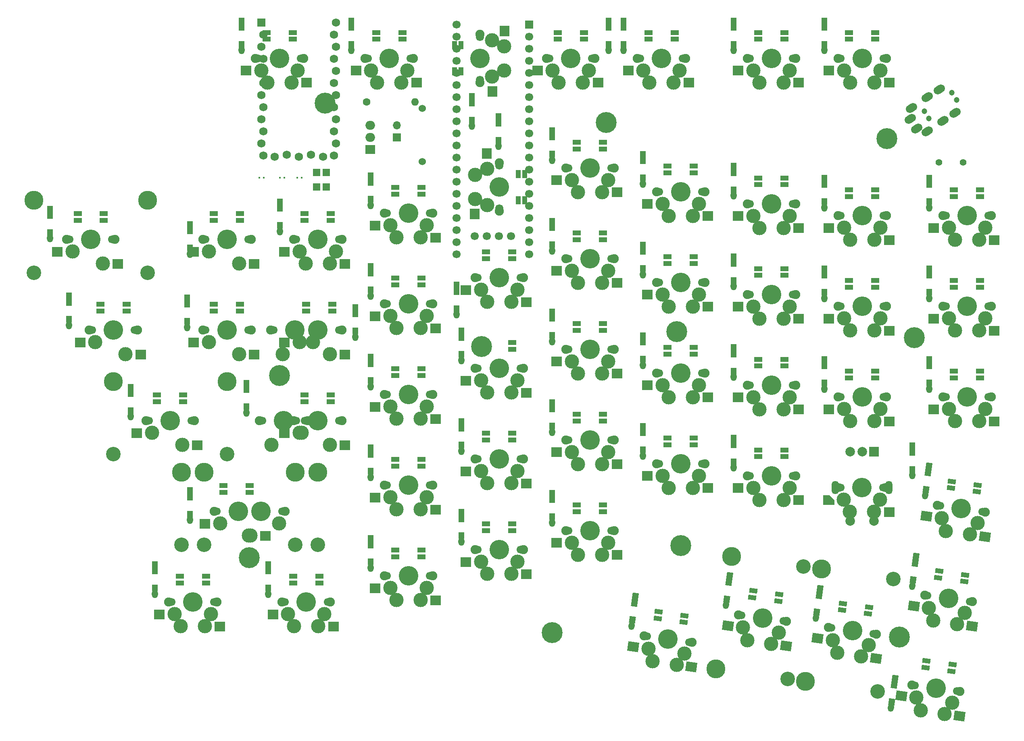
<source format=gts>
%TF.GenerationSoftware,KiCad,Pcbnew,(6.0.5-0)*%
%TF.CreationDate,2023-02-03T13:19:04-08:00*%
%TF.ProjectId,ergodonk_pcb,6572676f-646f-46e6-9b5f-7063622e6b69,rev?*%
%TF.SameCoordinates,Original*%
%TF.FileFunction,Soldermask,Top*%
%TF.FilePolarity,Negative*%
%FSLAX46Y46*%
G04 Gerber Fmt 4.6, Leading zero omitted, Abs format (unit mm)*
G04 Created by KiCad (PCBNEW (6.0.5-0)) date 2023-02-03 13:19:04*
%MOMM*%
%LPD*%
G01*
G04 APERTURE LIST*
G04 Aperture macros list*
%AMHorizOval*
0 Thick line with rounded ends*
0 $1 width*
0 $2 $3 position (X,Y) of the first rounded end (center of the circle)*
0 $4 $5 position (X,Y) of the second rounded end (center of the circle)*
0 Add line between two ends*
20,1,$1,$2,$3,$4,$5,0*
0 Add two circle primitives to create the rounded ends*
1,1,$1,$2,$3*
1,1,$1,$4,$5*%
%AMRotRect*
0 Rectangle, with rotation*
0 The origin of the aperture is its center*
0 $1 length*
0 $2 width*
0 $3 Rotation angle, in degrees counterclockwise*
0 Add horizontal line*
21,1,$1,$2,0,0,$3*%
%AMOutline5P*
0 Free polygon, 5 corners , with rotation*
0 The origin of the aperture is its center*
0 number of corners: always 5*
0 $1 to $10 corner X, Y*
0 $11 Rotation angle, in degrees counterclockwise*
0 create outline with 5 corners*
4,1,5,$1,$2,$3,$4,$5,$6,$7,$8,$9,$10,$1,$2,$11*%
%AMOutline6P*
0 Free polygon, 6 corners , with rotation*
0 The origin of the aperture is its center*
0 number of corners: always 6*
0 $1 to $12 corner X, Y*
0 $13 Rotation angle, in degrees counterclockwise*
0 create outline with 6 corners*
4,1,6,$1,$2,$3,$4,$5,$6,$7,$8,$9,$10,$11,$12,$1,$2,$13*%
%AMOutline7P*
0 Free polygon, 7 corners , with rotation*
0 The origin of the aperture is its center*
0 number of corners: always 7*
0 $1 to $14 corner X, Y*
0 $15 Rotation angle, in degrees counterclockwise*
0 create outline with 7 corners*
4,1,7,$1,$2,$3,$4,$5,$6,$7,$8,$9,$10,$11,$12,$13,$14,$1,$2,$15*%
%AMOutline8P*
0 Free polygon, 8 corners , with rotation*
0 The origin of the aperture is its center*
0 number of corners: always 8*
0 $1 to $16 corner X, Y*
0 $17 Rotation angle, in degrees counterclockwise*
0 create outline with 8 corners*
4,1,8,$1,$2,$3,$4,$5,$6,$7,$8,$9,$10,$11,$12,$13,$14,$15,$16,$1,$2,$17*%
G04 Aperture macros list end*
%ADD10C,3.000000*%
%ADD11C,1.700000*%
%ADD12C,4.100000*%
%ADD13C,1.900000*%
%ADD14R,1.700000X1.000000*%
%ADD15R,2.300000X2.000000*%
%ADD16C,3.987800*%
%ADD17C,3.048000*%
%ADD18RotRect,1.700000X1.000000X172.000000*%
%ADD19RotRect,2.300000X2.000000X352.000000*%
%ADD20C,0.700000*%
%ADD21C,4.400000*%
%ADD22C,0.402000*%
%ADD23R,1.000000X1.700000*%
%ADD24R,2.000000X2.300000*%
%ADD25O,1.500000X2.800000*%
%ADD26R,2.000000X2.000000*%
%ADD27C,2.000000*%
%ADD28Outline5P,-1.150000X1.000000X0.150000X1.000000X1.150000X0.000000X1.150000X-1.000000X-1.150000X-1.000000X0.000000*%
%ADD29R,1.752600X1.752600*%
%ADD30C,1.752600*%
%ADD31R,1.524000X1.524000*%
%ADD32R,1.300000X1.400000*%
%ADD33R,1.300000X1.778000*%
%ADD34O,1.300000X1.778000*%
%ADD35C,1.200000*%
%ADD36HorizOval,1.700000X-0.332394X-0.222518X0.332394X0.222518X0*%
%ADD37C,1.397000*%
%ADD38RotRect,1.400000X1.300000X82.000000*%
%ADD39RotRect,1.778000X1.300000X262.000000*%
%ADD40HorizOval,1.300000X-0.033262X-0.236674X0.033262X0.236674X0*%
%ADD41R,2.000000X1.905000*%
%ADD42O,2.000000X1.905000*%
%ADD43C,1.524000*%
%ADD44R,1.700000X1.700000*%
%ADD45O,1.700000X1.700000*%
%ADD46C,1.600000*%
%ADD47O,1.600000X1.600000*%
G04 APERTURE END LIST*
D10*
%TO.C,SW14*%
X110490000Y-60515001D03*
X111760000Y-63055000D03*
D11*
X109800000Y-57975000D03*
D12*
X114300000Y-57975000D03*
D13*
X109220000Y-57975000D03*
D11*
X118800000Y-57975000D03*
D10*
X118110000Y-60515000D03*
X116840000Y-63055000D03*
D13*
X119380000Y-57975000D03*
D14*
X111550000Y-53976000D03*
X111550000Y-52576000D03*
X117050000Y-52576000D03*
X117050000Y-53976000D03*
D15*
X120000000Y-63095000D03*
X107300000Y-60555000D03*
%TD*%
D13*
%TO.C,SW35*%
X100330000Y-100075000D03*
D10*
X99060000Y-102615000D03*
X97790000Y-105155000D03*
D11*
X99750000Y-100075000D03*
D13*
X90170000Y-100075000D03*
D12*
X95250000Y-100075000D03*
D10*
X91440000Y-102615001D03*
X92710000Y-105155000D03*
D11*
X90750000Y-100075000D03*
D14*
X92500000Y-96076000D03*
X92500000Y-94676000D03*
X98000000Y-94676000D03*
X98000000Y-96076000D03*
D15*
X100950000Y-105195000D03*
X88250000Y-102655000D03*
%TD*%
D10*
%TO.C,SW18_RH10*%
X34290000Y-75515001D03*
D11*
X33600000Y-72975000D03*
D13*
X43180000Y-72975000D03*
D11*
X42600000Y-72975000D03*
D12*
X38100000Y-72975000D03*
D10*
X40640000Y-78055000D03*
D13*
X33020000Y-72975000D03*
D14*
X35350000Y-68976000D03*
X35350000Y-67576000D03*
X40850000Y-67576000D03*
X40850000Y-68976000D03*
D15*
X43800000Y-78095000D03*
X31100000Y-75555000D03*
%TD*%
D10*
%TO.C,SW51*%
X165299174Y-157181769D03*
X172845017Y-158242267D03*
D13*
X164395033Y-154489738D03*
D16*
X159589484Y-165869683D03*
D10*
X166203315Y-159873799D03*
D16*
X162912381Y-142226043D03*
D12*
X169425595Y-155196737D03*
D11*
X164969389Y-154570458D03*
D13*
X174456157Y-155903736D03*
D10*
X171233877Y-160580798D03*
D17*
X178004066Y-144347041D03*
D11*
X173881801Y-155823016D03*
D17*
X174681169Y-167990681D03*
D18*
X167258911Y-150853929D03*
X167453753Y-149467554D03*
X172900228Y-150233006D03*
X172705385Y-151619381D03*
D19*
X174357557Y-161060196D03*
X162134652Y-156777417D03*
%TD*%
D20*
%TO.C,H7*%
X42799000Y-138177000D03*
X41632274Y-140993726D03*
X43965726Y-140993726D03*
X42799000Y-141477000D03*
D21*
X42799000Y-139827000D03*
D20*
X43965726Y-138660274D03*
X44449000Y-139827000D03*
X41632274Y-138660274D03*
X41149000Y-139827000D03*
%TD*%
D10*
%TO.C,SW33*%
X135890000Y-106155000D03*
X130810000Y-106155000D03*
X137160000Y-103615000D03*
D13*
X128270000Y-101075000D03*
X138430000Y-101075000D03*
D10*
X129540000Y-103615001D03*
D11*
X128850000Y-101075000D03*
X137850000Y-101075000D03*
D12*
X133350000Y-101075000D03*
D14*
X130600000Y-97076000D03*
X130600000Y-95676000D03*
X136100000Y-95676000D03*
X136100000Y-97076000D03*
D15*
X139050000Y-106195000D03*
X126350000Y-103655000D03*
%TD*%
D22*
%TO.C,JP4*%
X49265000Y-60039250D03*
X50165000Y-60039250D03*
%TD*%
D20*
%TO.C,H5*%
X132183274Y-138485476D03*
X133350000Y-138968750D03*
X131700000Y-137318750D03*
X134516726Y-136152024D03*
X135000000Y-137318750D03*
D21*
X133350000Y-137318750D03*
D20*
X134516726Y-138485476D03*
X132183274Y-136152024D03*
X133350000Y-135668750D03*
%TD*%
D10*
%TO.C,SW28_RH10*%
X16827500Y-97105000D03*
D11*
X9787500Y-92025000D03*
X18787500Y-92025000D03*
D12*
X14287500Y-92025000D03*
D13*
X9207500Y-92025000D03*
X19367500Y-92025000D03*
D10*
X10477500Y-94565001D03*
D14*
X11537500Y-88026000D03*
X11537500Y-86626000D03*
X17037500Y-86626000D03*
X17037500Y-88026000D03*
D15*
X19987500Y-97145000D03*
X7287500Y-94605000D03*
%TD*%
D10*
%TO.C,SW16*%
X78740000Y-72555000D03*
D13*
X81280000Y-67475000D03*
D12*
X76200000Y-67475000D03*
D10*
X72390000Y-70015001D03*
D11*
X80700000Y-67475000D03*
D10*
X73660000Y-72555000D03*
D11*
X71700000Y-67475000D03*
D13*
X71120000Y-67475000D03*
D10*
X80010000Y-70015000D03*
D14*
X73450000Y-63476000D03*
X73450000Y-62076000D03*
X78950000Y-62076000D03*
X78950000Y-63476000D03*
D15*
X81900000Y-72595000D03*
X69200000Y-70055000D03*
%TD*%
D11*
%TO.C,SW45*%
X99750000Y-119125000D03*
D10*
X99060000Y-121665000D03*
D13*
X90170000Y-119125000D03*
D10*
X92710000Y-124205000D03*
D13*
X100330000Y-119125000D03*
D11*
X90750000Y-119125000D03*
D10*
X91440000Y-121665001D03*
X97790000Y-124205000D03*
D12*
X95250000Y-119125000D03*
D14*
X92500000Y-115126000D03*
X92500000Y-113726000D03*
X98000000Y-113726000D03*
X98000000Y-115126000D03*
D15*
X100950000Y-124245000D03*
X88250000Y-121705000D03*
%TD*%
D10*
%TO.C,SW6*%
X69660000Y-40005000D03*
D13*
X77280000Y-34925000D03*
D10*
X68390000Y-37465001D03*
X74740000Y-40005000D03*
D11*
X67700000Y-34925000D03*
D10*
X76010000Y-37465000D03*
D12*
X72200000Y-34925000D03*
D11*
X76700000Y-34925000D03*
D13*
X67120000Y-34925000D03*
D14*
X69450000Y-30926000D03*
X69450000Y-29526000D03*
X74950000Y-29526000D03*
X74950000Y-30926000D03*
D15*
X77900000Y-40045000D03*
X65200000Y-37505000D03*
%TD*%
D12*
%TO.C,SW55*%
X95250000Y-138175000D03*
D10*
X91440000Y-140715001D03*
D13*
X90170000Y-138175000D03*
D10*
X92710000Y-143255000D03*
D11*
X99750000Y-138175000D03*
D13*
X100330000Y-138175000D03*
D10*
X97790000Y-143255000D03*
D11*
X90750000Y-138175000D03*
D10*
X99060000Y-140715000D03*
D14*
X92500000Y-134176000D03*
X92500000Y-132776000D03*
X98000000Y-132776000D03*
X98000000Y-134176000D03*
D15*
X100950000Y-143295000D03*
X88250000Y-140755000D03*
%TD*%
D10*
%TO.C,SW5*%
X96330000Y-32385000D03*
D12*
X91250000Y-34925000D03*
D13*
X91250000Y-40005000D03*
D10*
X93790000Y-31115000D03*
X96330000Y-37465000D03*
D11*
X91250000Y-30425000D03*
D13*
X91250000Y-29845000D03*
D10*
X93790001Y-38735000D03*
D11*
X91250000Y-39425000D03*
D23*
X87251000Y-37675000D03*
X85851000Y-37675000D03*
X85851000Y-32175000D03*
X87251000Y-32175000D03*
D24*
X96370000Y-29225000D03*
X93830000Y-41925000D03*
%TD*%
D10*
%TO.C,SWLH_ROT1*%
X168882000Y-130205000D03*
D12*
X171422000Y-125125000D03*
D13*
X176502000Y-125125000D03*
D25*
X165850000Y-125125000D03*
D11*
X166922000Y-125125000D03*
D13*
X166342000Y-125125000D03*
D10*
X175232000Y-127665000D03*
D11*
X175922000Y-125125000D03*
D10*
X173962000Y-130205000D03*
X167612000Y-127665001D03*
D25*
X177050000Y-125125000D03*
D26*
X173950000Y-117625000D03*
D27*
X168950000Y-117625000D03*
X171450000Y-117625000D03*
D15*
X177122000Y-130245000D03*
D27*
X173950000Y-132125000D03*
D28*
X164422000Y-127705000D03*
D27*
X168950000Y-132125000D03*
%TD*%
D10*
%TO.C,SW43*%
X130810000Y-125205000D03*
X137160000Y-122665000D03*
X135890000Y-125205000D03*
D11*
X128850000Y-120125000D03*
X137850000Y-120125000D03*
D12*
X133350000Y-120125000D03*
D10*
X129540000Y-122665001D03*
D13*
X128270000Y-120125000D03*
X138430000Y-120125000D03*
D14*
X130600000Y-116126000D03*
X130600000Y-114726000D03*
X136100000Y-114726000D03*
X136100000Y-116126000D03*
D15*
X139050000Y-125245000D03*
X126350000Y-122705000D03*
%TD*%
D20*
%TO.C,H4*%
X180898274Y-156539726D03*
X178081548Y-157706452D03*
X179248274Y-158189726D03*
X177598274Y-156539726D03*
X180415000Y-155373000D03*
X179248274Y-154889726D03*
X178081548Y-155373000D03*
D21*
X179248274Y-156539726D03*
D20*
X180415000Y-157706452D03*
%TD*%
D10*
%TO.C,SW50*%
X183742298Y-171957350D03*
X188772860Y-172664349D03*
X182838157Y-169265320D03*
D11*
X191420784Y-167906567D03*
D13*
X191995140Y-167987287D03*
D11*
X182508372Y-166654009D03*
D12*
X186964578Y-167280288D03*
D13*
X181934016Y-166573289D03*
D10*
X190384000Y-170325818D03*
D18*
X184797894Y-162937480D03*
X184992736Y-161551105D03*
X190439211Y-162316557D03*
X190244368Y-163702932D03*
D19*
X191896540Y-173143747D03*
X179673635Y-168860968D03*
%TD*%
D11*
%TO.C,SW21*%
X175950000Y-87025000D03*
D13*
X166370000Y-87025000D03*
D10*
X167640000Y-89565001D03*
X168910000Y-92105000D03*
D11*
X166950000Y-87025000D03*
D12*
X171450000Y-87025000D03*
D10*
X175260000Y-89565000D03*
D13*
X176530000Y-87025000D03*
D10*
X173990000Y-92105000D03*
D14*
X168700000Y-83026000D03*
X168700000Y-81626000D03*
X174200000Y-81626000D03*
X174200000Y-83026000D03*
D15*
X177150000Y-92145000D03*
X164450000Y-89605000D03*
%TD*%
D13*
%TO.C,SW4*%
X115380000Y-34925000D03*
D10*
X106490000Y-37465001D03*
D11*
X105800000Y-34925000D03*
X114800000Y-34925000D03*
D10*
X107760000Y-40005000D03*
X114110000Y-37465000D03*
D13*
X105220000Y-34925000D03*
D10*
X112840000Y-40005000D03*
D12*
X110300000Y-34925000D03*
D14*
X107550000Y-30926000D03*
X107550000Y-29526000D03*
X113050000Y-29526000D03*
X113050000Y-30926000D03*
D15*
X116000000Y-40045000D03*
X103300000Y-37505000D03*
%TD*%
D29*
%TO.C,U1*%
X45331400Y-27448000D03*
D30*
X45788600Y-29988000D03*
X45331400Y-32528000D03*
X45788600Y-35068000D03*
X45331400Y-37608000D03*
X45788600Y-40148000D03*
X45331400Y-42688000D03*
X45788600Y-45228000D03*
X45331400Y-47768000D03*
X45788600Y-50308000D03*
X45331400Y-52848000D03*
X45788600Y-55388000D03*
X60571400Y-55388000D03*
X61028600Y-52848000D03*
X60571400Y-50308000D03*
X61028600Y-47768000D03*
X60571400Y-45228000D03*
X61028600Y-42688000D03*
X60571400Y-40148000D03*
X61028600Y-37608000D03*
X60571400Y-35068000D03*
X61028600Y-32528000D03*
X60571400Y-29988000D03*
X61028600Y-27448000D03*
X48100000Y-55616600D03*
X50640000Y-55159400D03*
X53180000Y-55616600D03*
X55720000Y-55159400D03*
X58260000Y-55616600D03*
%TD*%
D12*
%TO.C,SW53*%
X130702164Y-156968469D03*
D11*
X135158370Y-157594748D03*
D10*
X126575743Y-158953501D03*
X127479884Y-161645531D03*
D11*
X126245958Y-156342190D03*
D10*
X134121586Y-160013999D03*
D13*
X135732726Y-157675468D03*
D10*
X132510446Y-162352530D03*
D13*
X125671602Y-156261470D03*
D18*
X128535480Y-152625661D03*
X128730322Y-151239286D03*
X134176797Y-152004738D03*
X133981954Y-153391113D03*
D19*
X135634126Y-162831928D03*
X123411221Y-158549149D03*
%TD*%
D13*
%TO.C,SW26*%
X71120000Y-86525000D03*
D11*
X80700000Y-86525000D03*
D12*
X76200000Y-86525000D03*
D10*
X72390000Y-89065001D03*
D11*
X71700000Y-86525000D03*
D10*
X78740000Y-91605000D03*
X73660000Y-91605000D03*
X80010000Y-89065000D03*
D13*
X81280000Y-86525000D03*
D14*
X73450000Y-82526000D03*
X73450000Y-81126000D03*
X78950000Y-81126000D03*
X78950000Y-82526000D03*
D15*
X81900000Y-91645000D03*
X69200000Y-89105000D03*
%TD*%
D20*
%TO.C,H10*%
X92710000Y-96694452D03*
X90376548Y-94361000D03*
X89893274Y-95527726D03*
X90376548Y-96694452D03*
X91543274Y-93877726D03*
X92710000Y-94361000D03*
X93193274Y-95527726D03*
D21*
X91543274Y-95527726D03*
D20*
X91543274Y-97177726D03*
%TD*%
D11*
%TO.C,SW12*%
X147900000Y-65475000D03*
D12*
X152400000Y-65475000D03*
D13*
X157480000Y-65475000D03*
D10*
X148590000Y-68015001D03*
X156210000Y-68015000D03*
X154940000Y-70555000D03*
D13*
X147320000Y-65475000D03*
D11*
X156900000Y-65475000D03*
D10*
X149860000Y-70555000D03*
D14*
X149650000Y-61476000D03*
X149650000Y-60076000D03*
X155150000Y-60076000D03*
X155150000Y-61476000D03*
D15*
X158100000Y-70595000D03*
X145400000Y-68055000D03*
%TD*%
D13*
%TO.C,SW40*%
X194646387Y-149122680D03*
D12*
X189615825Y-148415681D03*
D10*
X185489404Y-150400713D03*
D11*
X185159619Y-147789402D03*
D10*
X191424107Y-153799742D03*
D11*
X194072031Y-149041960D03*
D13*
X184585263Y-147708682D03*
D10*
X193035247Y-151461211D03*
X186393545Y-153092743D03*
D18*
X187449141Y-144072873D03*
X187643983Y-142686498D03*
X193090458Y-143451950D03*
X192895615Y-144838325D03*
D19*
X194547787Y-154279140D03*
X182324882Y-149996361D03*
%TD*%
D10*
%TO.C,SW44*%
X110490000Y-117665001D03*
X111760000Y-120205000D03*
X116840000Y-120205000D03*
D11*
X109800000Y-115125000D03*
X118800000Y-115125000D03*
D13*
X109220000Y-115125000D03*
X119380000Y-115125000D03*
D12*
X114300000Y-115125000D03*
D10*
X118110000Y-117665000D03*
D14*
X111550000Y-111126000D03*
X111550000Y-109726000D03*
X117050000Y-109726000D03*
X117050000Y-111126000D03*
D15*
X120000000Y-120245000D03*
X107300000Y-117705000D03*
%TD*%
D20*
%TO.C,H3*%
X183538726Y-92432274D03*
X181205274Y-92432274D03*
X180722000Y-93599000D03*
X181205274Y-94765726D03*
X183538726Y-94765726D03*
X182372000Y-91949000D03*
X184022000Y-93599000D03*
X182372000Y-95249000D03*
D21*
X182372000Y-93599000D03*
%TD*%
D20*
%TO.C,H6*%
X107529226Y-154408274D03*
X108012500Y-155575000D03*
X105195774Y-154408274D03*
X106362500Y-157225000D03*
X107529226Y-156741726D03*
X106362500Y-153925000D03*
X105195774Y-156741726D03*
X104712500Y-155575000D03*
D21*
X106362500Y-155575000D03*
%TD*%
D11*
%TO.C,SW56*%
X80700000Y-143675000D03*
D10*
X72390000Y-146215001D03*
D13*
X81280000Y-143675000D03*
D11*
X71700000Y-143675000D03*
D12*
X76200000Y-143675000D03*
D10*
X73660000Y-148755000D03*
D13*
X71120000Y-143675000D03*
D10*
X78740000Y-148755000D03*
X80010000Y-146215000D03*
D14*
X73450000Y-139676000D03*
X73450000Y-138276000D03*
X78950000Y-138276000D03*
X78950000Y-139676000D03*
D15*
X81900000Y-148795000D03*
X69200000Y-146255000D03*
%TD*%
D22*
%TO.C,JP5*%
X52890000Y-60039250D03*
X53790000Y-60039250D03*
%TD*%
D17*
%TO.C,SW52*%
X155817213Y-165340379D03*
D16*
X140725528Y-163219381D03*
D13*
X155592201Y-153253434D03*
D12*
X150561639Y-152546435D03*
D10*
X152369921Y-157930496D03*
D17*
X159140110Y-141696739D03*
D10*
X147339359Y-157223497D03*
D16*
X144048425Y-139575741D03*
D11*
X155017845Y-153172714D03*
D10*
X146435218Y-154531467D03*
D13*
X145531077Y-151839436D03*
D10*
X153981061Y-155591965D03*
D11*
X146105433Y-151920156D03*
D18*
X148394955Y-148203627D03*
X148589797Y-146817252D03*
X154036272Y-147582704D03*
X153841429Y-148969079D03*
D19*
X155493601Y-158409894D03*
X143270696Y-154127115D03*
%TD*%
D20*
%TO.C,H1*%
X118895726Y-49553726D03*
X118895726Y-47220274D03*
X116562274Y-47220274D03*
X117729000Y-50037000D03*
X119379000Y-48387000D03*
D21*
X117729000Y-48387000D03*
D20*
X117729000Y-46737000D03*
X116079000Y-48387000D03*
X116562274Y-49553726D03*
%TD*%
D12*
%TO.C,SW10*%
X193500000Y-87025000D03*
D10*
X189690000Y-89565001D03*
X197310000Y-89565000D03*
D13*
X188420000Y-87025000D03*
X198580000Y-87025000D03*
D10*
X196040000Y-92105000D03*
D11*
X189000000Y-87025000D03*
D10*
X190960000Y-92105000D03*
D11*
X198000000Y-87025000D03*
D14*
X190750000Y-83026000D03*
X190750000Y-81626000D03*
X196250000Y-81626000D03*
X196250000Y-83026000D03*
D15*
X199200000Y-92145000D03*
X186500000Y-89605000D03*
%TD*%
D10*
%TO.C,SW22*%
X149860000Y-89605000D03*
X154940000Y-89605000D03*
X156210000Y-87065000D03*
D12*
X152400000Y-84525000D03*
D10*
X148590000Y-87065001D03*
D13*
X147320000Y-84525000D03*
D11*
X156900000Y-84525000D03*
X147900000Y-84525000D03*
D13*
X157480000Y-84525000D03*
D14*
X149650000Y-80526000D03*
X149650000Y-79126000D03*
X155150000Y-79126000D03*
X155150000Y-80526000D03*
D15*
X158100000Y-89645000D03*
X145400000Y-87105000D03*
%TD*%
D10*
%TO.C,SW24*%
X118110000Y-79565000D03*
D11*
X118800000Y-77025000D03*
D10*
X116840000Y-82105000D03*
D13*
X119380000Y-77025000D03*
X109220000Y-77025000D03*
D12*
X114300000Y-77025000D03*
D10*
X110490000Y-79565001D03*
X111760000Y-82105000D03*
D11*
X109800000Y-77025000D03*
D14*
X111550000Y-73026000D03*
X111550000Y-71626000D03*
X117050000Y-71626000D03*
X117050000Y-73026000D03*
D15*
X120000000Y-82145000D03*
X107300000Y-79605000D03*
%TD*%
D10*
%TO.C,SW1*%
X173990000Y-40005000D03*
X168910000Y-40005000D03*
D12*
X171450000Y-34925000D03*
D10*
X175260000Y-37465000D03*
D13*
X166370000Y-34925000D03*
X176530000Y-34925000D03*
D11*
X175950000Y-34925000D03*
X166950000Y-34925000D03*
D10*
X167640000Y-37465001D03*
D14*
X168700000Y-30926000D03*
X168700000Y-29526000D03*
X174200000Y-29526000D03*
X174200000Y-30926000D03*
D15*
X177150000Y-40045000D03*
X164450000Y-37505000D03*
%TD*%
D11*
%TO.C,SW37*%
X54506250Y-111075000D03*
D13*
X62230000Y-111075000D03*
X52070000Y-111075000D03*
D11*
X52650000Y-111075000D03*
D13*
X44926250Y-111075000D03*
D12*
X50006250Y-111075000D03*
D11*
X61650000Y-111075000D03*
D10*
X59690000Y-116155000D03*
X53340000Y-113615001D03*
X47466250Y-116155000D03*
X53816250Y-113615000D03*
D11*
X45506250Y-111075000D03*
D13*
X55086250Y-111075000D03*
D12*
X57150000Y-111075000D03*
D14*
X54400000Y-107076000D03*
X54400000Y-105676000D03*
X59900000Y-105676000D03*
X59900000Y-107076000D03*
D15*
X62850000Y-116195000D03*
X50150000Y-113655000D03*
%TD*%
D11*
%TO.C,SW47*%
X44981250Y-130125000D03*
D16*
X57181750Y-121870000D03*
D11*
X49743750Y-130125000D03*
D13*
X40163750Y-130125000D03*
D17*
X52419250Y-137110000D03*
D11*
X35981250Y-130125000D03*
D17*
X28543250Y-137110000D03*
D12*
X40481250Y-130125000D03*
D13*
X35401250Y-130125000D03*
D16*
X52419250Y-121870000D03*
D11*
X40743750Y-130125000D03*
D10*
X43021250Y-135205000D03*
D16*
X28543250Y-121870000D03*
D13*
X50323750Y-130125000D03*
D10*
X36671250Y-132665001D03*
D17*
X57181750Y-137110000D03*
D13*
X45561250Y-130125000D03*
D17*
X33305750Y-137110000D03*
D10*
X49053750Y-132665000D03*
D12*
X45243750Y-130125000D03*
D16*
X33305750Y-121870000D03*
D10*
X42703750Y-135205000D03*
D14*
X37381250Y-126126000D03*
X37381250Y-124726000D03*
X42881250Y-124726000D03*
X42881250Y-126126000D03*
D15*
X46181250Y-135245000D03*
X33481250Y-132705000D03*
%TD*%
D13*
%TO.C,SW20*%
X188420000Y-106075000D03*
D10*
X196040000Y-111155000D03*
D11*
X198000000Y-106075000D03*
D13*
X198580000Y-106075000D03*
D11*
X189000000Y-106075000D03*
D12*
X193500000Y-106075000D03*
D10*
X190960000Y-111155000D03*
X197310000Y-108615000D03*
X189690000Y-108615001D03*
D14*
X190750000Y-102076000D03*
X190750000Y-100676000D03*
X196250000Y-100676000D03*
X196250000Y-102076000D03*
D15*
X199200000Y-111195000D03*
X186500000Y-108655000D03*
%TD*%
D10*
%TO.C,SW2*%
X149860000Y-40005000D03*
X148590000Y-37465001D03*
X156210000Y-37465000D03*
D13*
X147320000Y-34925000D03*
X157480000Y-34925000D03*
D12*
X152400000Y-34925000D03*
D11*
X147900000Y-34925000D03*
X156900000Y-34925000D03*
D10*
X154940000Y-40005000D03*
D14*
X149650000Y-30926000D03*
X149650000Y-29526000D03*
X155150000Y-29526000D03*
X155150000Y-30926000D03*
D15*
X158100000Y-40045000D03*
X145400000Y-37505000D03*
%TD*%
D10*
%TO.C,SW42*%
X156210000Y-125165000D03*
D11*
X156900000Y-122625000D03*
D10*
X149860000Y-127705000D03*
D13*
X147320000Y-122625000D03*
X157480000Y-122625000D03*
D12*
X152400000Y-122625000D03*
D10*
X154940000Y-127705000D03*
X148590000Y-125165001D03*
D11*
X147900000Y-122625000D03*
D14*
X149650000Y-118626000D03*
X149650000Y-117226000D03*
X155150000Y-117226000D03*
X155150000Y-118626000D03*
D15*
X158100000Y-127745000D03*
X145400000Y-125205000D03*
%TD*%
D31*
%TO.C,JP1*%
X56928000Y-58928000D03*
X58928000Y-61928000D03*
X58928000Y-58928000D03*
X56928000Y-61928000D03*
%TD*%
D11*
%TO.C,SW27*%
X61650000Y-92025000D03*
X47887500Y-92025000D03*
D12*
X57150000Y-92025000D03*
D11*
X56887500Y-92025000D03*
D10*
X49847500Y-97105000D03*
D13*
X62230000Y-92025000D03*
D11*
X52650000Y-92025000D03*
D10*
X56197500Y-94565000D03*
D13*
X57467500Y-92025000D03*
D10*
X59690000Y-97105000D03*
D13*
X47307500Y-92025000D03*
D10*
X53340000Y-94565001D03*
D13*
X52070000Y-92025000D03*
D12*
X52387500Y-92025000D03*
D14*
X54750000Y-88026000D03*
X54750000Y-86626000D03*
X60250000Y-86626000D03*
X60250000Y-88026000D03*
D15*
X62850000Y-97145000D03*
X50150000Y-94605000D03*
%TD*%
D10*
%TO.C,SW57*%
X52228750Y-154255000D03*
X58578750Y-151715000D03*
D12*
X54768750Y-149175000D03*
D10*
X50958750Y-151715001D03*
D13*
X59848750Y-149175000D03*
X49688750Y-149175000D03*
D11*
X50268750Y-149175000D03*
X59268750Y-149175000D03*
D10*
X57308750Y-154255000D03*
D14*
X52018750Y-145176000D03*
X52018750Y-143776000D03*
X57518750Y-143776000D03*
X57518750Y-145176000D03*
D15*
X60468750Y-154295000D03*
X47768750Y-151755000D03*
%TD*%
D10*
%TO.C,SW34*%
X118110000Y-98615000D03*
X116840000Y-101155000D03*
D13*
X109220000Y-96075000D03*
D10*
X110490000Y-98615001D03*
D12*
X114300000Y-96075000D03*
D11*
X109800000Y-96075000D03*
D13*
X119380000Y-96075000D03*
D10*
X111760000Y-101155000D03*
D11*
X118800000Y-96075000D03*
D14*
X111550000Y-92076000D03*
X111550000Y-90676000D03*
X117050000Y-90676000D03*
X117050000Y-92076000D03*
D15*
X120000000Y-101195000D03*
X107300000Y-98655000D03*
%TD*%
D10*
%TO.C,SW58*%
X27146250Y-151715001D03*
X33496250Y-154255000D03*
D13*
X25876250Y-149175000D03*
D12*
X30956250Y-149175000D03*
D11*
X26456250Y-149175000D03*
D10*
X28416250Y-154255000D03*
D13*
X36036250Y-149175000D03*
D10*
X34766250Y-151715000D03*
D11*
X35456250Y-149175000D03*
D14*
X28206250Y-145176000D03*
X28206250Y-143776000D03*
X33706250Y-143776000D03*
X33706250Y-145176000D03*
D15*
X36656250Y-154295000D03*
X23956250Y-151755000D03*
%TD*%
D11*
%TO.C,SW31*%
X166950000Y-106075000D03*
D10*
X168910000Y-111155000D03*
X175260000Y-108615000D03*
D13*
X176530000Y-106075000D03*
D11*
X175950000Y-106075000D03*
D13*
X166370000Y-106075000D03*
D10*
X167640000Y-108615001D03*
X173990000Y-111155000D03*
D12*
X171450000Y-106075000D03*
D14*
X168700000Y-102076000D03*
X168700000Y-100676000D03*
X174200000Y-100676000D03*
X174200000Y-102076000D03*
D15*
X177150000Y-111195000D03*
X164450000Y-108655000D03*
%TD*%
D10*
%TO.C,SW3*%
X126810000Y-40005000D03*
D11*
X124850000Y-34925000D03*
D13*
X134430000Y-34925000D03*
D10*
X125540000Y-37465001D03*
X133160000Y-37465000D03*
D13*
X124270000Y-34925000D03*
D12*
X129350000Y-34925000D03*
D10*
X131890000Y-40005000D03*
D11*
X133850000Y-34925000D03*
D14*
X126600000Y-30926000D03*
X126600000Y-29526000D03*
X132100000Y-29526000D03*
X132100000Y-30926000D03*
D15*
X135050000Y-40045000D03*
X122350000Y-37505000D03*
%TD*%
D13*
%TO.C,SW46*%
X81280000Y-124625000D03*
D10*
X78740000Y-129705000D03*
D12*
X76200000Y-124625000D03*
D11*
X71700000Y-124625000D03*
D10*
X73660000Y-129705000D03*
X80010000Y-127165000D03*
D13*
X71120000Y-124625000D03*
D11*
X80700000Y-124625000D03*
D10*
X72390000Y-127165001D03*
D14*
X73450000Y-120626000D03*
X73450000Y-119226000D03*
X78950000Y-119226000D03*
X78950000Y-120626000D03*
D15*
X81900000Y-129745000D03*
X69200000Y-127205000D03*
%TD*%
D13*
%TO.C,SW30*%
X187236511Y-128844076D03*
D12*
X192267073Y-129551075D03*
D10*
X195686495Y-132596605D03*
X194075355Y-134935136D03*
D13*
X197297635Y-130258074D03*
D10*
X189044793Y-134228137D03*
D11*
X196723279Y-130177354D03*
X187810867Y-128924796D03*
D10*
X188140652Y-131536107D03*
D18*
X190100389Y-125208267D03*
X190295231Y-123821892D03*
X195741706Y-124587344D03*
X195546863Y-125973719D03*
D19*
X197199035Y-135414534D03*
X184976130Y-131131755D03*
%TD*%
D32*
%TO.C,D48_RH10*%
X17932750Y-105395000D03*
D33*
X17932750Y-104170000D03*
D32*
X17932750Y-108945000D03*
D34*
X17932750Y-110170000D03*
%TD*%
D20*
%TO.C,H2*%
X175007000Y-51816000D03*
X176657000Y-53466000D03*
X178307000Y-51816000D03*
X175490274Y-52982726D03*
X177823726Y-52982726D03*
X177823726Y-50649274D03*
D21*
X176657000Y-51816000D03*
D20*
X176657000Y-50166000D03*
X175490274Y-50649274D03*
%TD*%
D12*
%TO.C,SW36*%
X76200000Y-105575000D03*
D10*
X73660000Y-110655000D03*
X72390000Y-108115001D03*
X78740000Y-110655000D03*
X80010000Y-108115000D03*
D11*
X80700000Y-105575000D03*
X71700000Y-105575000D03*
D13*
X71120000Y-105575000D03*
X81280000Y-105575000D03*
D14*
X73450000Y-101576000D03*
X73450000Y-100176000D03*
X78950000Y-100176000D03*
X78950000Y-101576000D03*
D15*
X81900000Y-110695000D03*
X69200000Y-108155000D03*
%TD*%
D13*
%TO.C,SW25*%
X100330000Y-81025000D03*
X90170000Y-81025000D03*
D10*
X92710000Y-86105000D03*
X97790000Y-86105000D03*
X91440000Y-83565001D03*
X99060000Y-83565000D03*
D11*
X90750000Y-81025000D03*
X99750000Y-81025000D03*
D12*
X95250000Y-81025000D03*
D14*
X92500000Y-77026000D03*
X92500000Y-75626000D03*
X98000000Y-75626000D03*
X98000000Y-77026000D03*
D15*
X100950000Y-86145000D03*
X88250000Y-83605000D03*
%TD*%
D32*
%TO.C,D38_RH10*%
X29739000Y-86625000D03*
D33*
X29739000Y-85400000D03*
D34*
X29739000Y-91400000D03*
D32*
X29739000Y-90175000D03*
%TD*%
D10*
%TO.C,SW32*%
X156210000Y-106115000D03*
D11*
X147900000Y-103575000D03*
D12*
X152400000Y-103575000D03*
D10*
X148590000Y-106115001D03*
X149860000Y-108655000D03*
D13*
X147320000Y-103575000D03*
D10*
X154940000Y-108655000D03*
D13*
X157480000Y-103575000D03*
D11*
X156900000Y-103575000D03*
D14*
X149650000Y-99576000D03*
X149650000Y-98176000D03*
X155150000Y-98176000D03*
X155150000Y-99576000D03*
D15*
X158100000Y-108695000D03*
X145400000Y-106155000D03*
%TD*%
D10*
%TO.C,SW17*%
X53340000Y-75515001D03*
X54610000Y-78055000D03*
D13*
X52070000Y-72975000D03*
D12*
X57150000Y-72975000D03*
D10*
X59690000Y-78055000D03*
X60960000Y-75515000D03*
D11*
X52650000Y-72975000D03*
D13*
X62230000Y-72975000D03*
D11*
X61650000Y-72975000D03*
D14*
X54400000Y-68976000D03*
X54400000Y-67576000D03*
X59900000Y-67576000D03*
X59900000Y-68976000D03*
D15*
X62850000Y-78095000D03*
X50150000Y-75555000D03*
%TD*%
D35*
%TO.C,J1*%
X191285523Y-43633443D03*
X184495115Y-46073290D03*
X185468632Y-47527513D03*
X190312006Y-42179221D03*
D36*
X181558162Y-47618221D03*
X182921087Y-49654133D03*
X187648013Y-41435485D03*
X190957972Y-46379843D03*
X188465019Y-48048730D03*
X185155060Y-43104372D03*
X181831122Y-45329555D03*
X185141081Y-50273912D03*
%TD*%
D22*
%TO.C,JP2*%
X44952500Y-60039250D03*
X45852500Y-60039250D03*
%TD*%
D10*
%TO.C,SW11*%
X167640000Y-70515001D03*
X168910000Y-73055000D03*
D13*
X176530000Y-67975000D03*
D11*
X175950000Y-67975000D03*
X166950000Y-67975000D03*
D10*
X175260000Y-70515000D03*
D13*
X166370000Y-67975000D03*
D10*
X173990000Y-73055000D03*
D12*
X171450000Y-67975000D03*
D14*
X168700000Y-63976000D03*
X168700000Y-62576000D03*
X174200000Y-62576000D03*
X174200000Y-63976000D03*
D15*
X177150000Y-73095000D03*
X164450000Y-70555000D03*
%TD*%
D13*
%TO.C,SW54*%
X109220000Y-134175000D03*
D10*
X110490000Y-136715001D03*
X118110000Y-136715000D03*
D13*
X119380000Y-134175000D03*
D10*
X116840000Y-139255000D03*
X111760000Y-139255000D03*
D12*
X114300000Y-134175000D03*
D11*
X109800000Y-134175000D03*
X118800000Y-134175000D03*
D14*
X111550000Y-130176000D03*
X111550000Y-128776000D03*
X117050000Y-128776000D03*
X117050000Y-130176000D03*
D15*
X120000000Y-139295000D03*
X107300000Y-136755000D03*
%TD*%
D12*
%TO.C,SW0*%
X193500000Y-67975000D03*
D13*
X188420000Y-67975000D03*
D10*
X189690000Y-70515001D03*
D11*
X198000000Y-67975000D03*
D10*
X197310000Y-70515000D03*
D13*
X198580000Y-67975000D03*
D10*
X196040000Y-73055000D03*
D11*
X189000000Y-67975000D03*
D10*
X190960000Y-73055000D03*
D14*
X190750000Y-63976000D03*
X190750000Y-62576000D03*
X196250000Y-62576000D03*
X196250000Y-63976000D03*
D15*
X199200000Y-73095000D03*
X186500000Y-70555000D03*
%TD*%
D20*
%TO.C,H11*%
X131413274Y-91211274D03*
X132580000Y-90728000D03*
X134230000Y-92378000D03*
X132580000Y-94028000D03*
X131413274Y-93544726D03*
X133746726Y-93544726D03*
D21*
X132580000Y-92378000D03*
D20*
X133746726Y-91211274D03*
X130930000Y-92378000D03*
%TD*%
D10*
%TO.C,SW08_RH10*%
X5715000Y-75515001D03*
D16*
X21463000Y-64720000D03*
D12*
X9525000Y-72975000D03*
D13*
X14605000Y-72975000D03*
D16*
X-2413000Y-64720000D03*
D11*
X5025000Y-72975000D03*
X14025000Y-72975000D03*
D13*
X4445000Y-72975000D03*
D17*
X-2413000Y-79960000D03*
X21463000Y-79960000D03*
D10*
X12065000Y-78055000D03*
D14*
X6775000Y-68976000D03*
X6775000Y-67576000D03*
X12275000Y-67576000D03*
X12275000Y-68976000D03*
D15*
X15225000Y-78095000D03*
X2525000Y-75555000D03*
%TD*%
D20*
%TO.C,H8*%
X47499000Y-101600000D03*
X47982274Y-102766726D03*
X50315726Y-102766726D03*
X49149000Y-103250000D03*
X50799000Y-101600000D03*
X47982274Y-100433274D03*
D21*
X49149000Y-101600000D03*
D20*
X50315726Y-100433274D03*
X49149000Y-99950000D03*
%TD*%
D33*
%TO.C,D18_RH10*%
X30319000Y-69975000D03*
D32*
X30319000Y-71200000D03*
D34*
X30319000Y-75975000D03*
D32*
X30319000Y-74750000D03*
%TD*%
D12*
%TO.C,SW23*%
X133350000Y-82025000D03*
D10*
X135890000Y-87105000D03*
D13*
X128270000Y-82025000D03*
X138430000Y-82025000D03*
D10*
X130810000Y-87105000D03*
X137160000Y-84565000D03*
D11*
X137850000Y-82025000D03*
D10*
X129540000Y-84565001D03*
D11*
X128850000Y-82025000D03*
D14*
X130600000Y-78026000D03*
X130600000Y-76626000D03*
X136100000Y-76626000D03*
X136100000Y-78026000D03*
D15*
X139050000Y-87145000D03*
X126350000Y-84605000D03*
%TD*%
D12*
%TO.C,SW7*%
X49150000Y-34925000D03*
D13*
X54230000Y-34925000D03*
D10*
X52960000Y-37465000D03*
X46610000Y-40005000D03*
X45340000Y-37465001D03*
D11*
X44650000Y-34925000D03*
X53650000Y-34925000D03*
D10*
X51690000Y-40005000D03*
D13*
X44070000Y-34925000D03*
D14*
X46400000Y-30926000D03*
X46400000Y-29526000D03*
X51900000Y-29526000D03*
X51900000Y-30926000D03*
D15*
X54850000Y-40045000D03*
X42150000Y-37505000D03*
%TD*%
D10*
%TO.C,SW15*%
X92709999Y-58165000D03*
D13*
X95250000Y-67055000D03*
X95250000Y-56895000D03*
D10*
X90170000Y-64515000D03*
D11*
X95250000Y-66475000D03*
D12*
X95250000Y-61975000D03*
D10*
X90170000Y-59435000D03*
X92710000Y-65785000D03*
D11*
X95250000Y-57475000D03*
D23*
X99249000Y-59225000D03*
X100649000Y-59225000D03*
X100649000Y-64725000D03*
X99249000Y-64725000D03*
D24*
X90130000Y-67675000D03*
X92670000Y-54975000D03*
%TD*%
D20*
%TO.C,H9*%
X58674000Y-42724274D03*
X59840726Y-45541000D03*
X57507274Y-45541000D03*
X58674000Y-46024274D03*
X57507274Y-43207548D03*
X57024000Y-44374274D03*
X59840726Y-43207548D03*
X60324000Y-44374274D03*
D21*
X58674000Y-44374274D03*
%TD*%
D10*
%TO.C,SW38_RH10*%
X40640000Y-97105000D03*
D11*
X42600000Y-92025000D03*
D13*
X43180000Y-92025000D03*
D12*
X38100000Y-92025000D03*
D11*
X33600000Y-92025000D03*
D13*
X33020000Y-92025000D03*
D10*
X34290000Y-94565001D03*
D14*
X35350000Y-88026000D03*
X35350000Y-86626000D03*
X40850000Y-86626000D03*
X40850000Y-88026000D03*
D15*
X43800000Y-97145000D03*
X31100000Y-94605000D03*
%TD*%
D37*
%TO.C,R1*%
X187547000Y-56801000D03*
X192627000Y-56801000D03*
%TD*%
D10*
%TO.C,SW13*%
X129540000Y-65515001D03*
X130810000Y-68055000D03*
D13*
X128270000Y-62975000D03*
D12*
X133350000Y-62975000D03*
D13*
X138430000Y-62975000D03*
D10*
X135890000Y-68055000D03*
D11*
X128850000Y-62975000D03*
X137850000Y-62975000D03*
D10*
X137160000Y-65515000D03*
D14*
X130600000Y-58976000D03*
X130600000Y-57576000D03*
X136100000Y-57576000D03*
X136100000Y-58976000D03*
D15*
X139050000Y-68095000D03*
X126350000Y-65555000D03*
%TD*%
D32*
%TO.C,D58*%
X23006250Y-142689000D03*
D33*
X23006250Y-141464000D03*
D32*
X23006250Y-146239000D03*
D34*
X23006250Y-147464000D03*
%TD*%
D33*
%TO.C,D17*%
X49200000Y-65264000D03*
D32*
X49200000Y-66489000D03*
X49200000Y-70039000D03*
D34*
X49200000Y-71264000D03*
%TD*%
D32*
%TO.C,D55*%
X87300000Y-131689000D03*
D33*
X87300000Y-130464000D03*
D32*
X87300000Y-135239000D03*
D34*
X87300000Y-136464000D03*
%TD*%
D32*
%TO.C,D46*%
X68250000Y-118139000D03*
D33*
X68250000Y-116914000D03*
D34*
X68250000Y-122914000D03*
D32*
X68250000Y-121689000D03*
%TD*%
D38*
%TO.C,D40*%
X182612064Y-141010548D03*
D39*
X182782551Y-139797470D03*
D38*
X182118000Y-144526000D03*
D40*
X181947513Y-145739078D03*
%TD*%
D32*
%TO.C,D15*%
X95123000Y-48565000D03*
D33*
X95123000Y-47340000D03*
D32*
X95123000Y-52115000D03*
D34*
X95123000Y-53340000D03*
%TD*%
D33*
%TO.C,D54*%
X106350000Y-126464000D03*
D32*
X106350000Y-127689000D03*
D34*
X106350000Y-132464000D03*
D32*
X106350000Y-131239000D03*
%TD*%
D33*
%TO.C,D56*%
X68250000Y-135964000D03*
D32*
X68250000Y-137189000D03*
X68250000Y-140739000D03*
D34*
X68250000Y-141964000D03*
%TD*%
D33*
%TO.C,D5*%
X89535000Y-43101000D03*
D32*
X89535000Y-44326000D03*
D34*
X89535000Y-49101000D03*
D32*
X89535000Y-47876000D03*
%TD*%
D33*
%TO.C,D13*%
X125400000Y-55264000D03*
D32*
X125400000Y-56489000D03*
X125400000Y-60039000D03*
D34*
X125400000Y-61264000D03*
%TD*%
D33*
%TO.C,D32*%
X144450000Y-95864000D03*
D32*
X144450000Y-97089000D03*
D34*
X144450000Y-101864000D03*
D32*
X144450000Y-100639000D03*
%TD*%
%TO.C,D26*%
X68250000Y-80039000D03*
D33*
X68250000Y-78814000D03*
D32*
X68250000Y-83589000D03*
D34*
X68250000Y-84814000D03*
%TD*%
D32*
%TO.C,D7*%
X41200000Y-28439000D03*
D33*
X41200000Y-27214000D03*
D34*
X41200000Y-33214000D03*
D32*
X41200000Y-31989000D03*
%TD*%
%TO.C,D2*%
X144450000Y-28439000D03*
D33*
X144450000Y-27214000D03*
D34*
X144450000Y-33214000D03*
D32*
X144450000Y-31989000D03*
%TD*%
D41*
%TO.C,Q1*%
X68227000Y-54101000D03*
D42*
X68227000Y-51561000D03*
X68227000Y-49021000D03*
%TD*%
D33*
%TO.C,D0*%
X185550000Y-60264000D03*
D32*
X185550000Y-61489000D03*
X185550000Y-65039000D03*
D34*
X185550000Y-66264000D03*
%TD*%
D33*
%TO.C,D21*%
X163500000Y-79314000D03*
D32*
X163500000Y-80539000D03*
X163500000Y-84089000D03*
D34*
X163500000Y-85314000D03*
%TD*%
D32*
%TO.C,D37*%
X42215000Y-104589000D03*
D33*
X42215000Y-103364000D03*
D34*
X42215000Y-109364000D03*
D32*
X42215000Y-108139000D03*
%TD*%
%TO.C,D42*%
X144450000Y-116139000D03*
D33*
X144450000Y-114914000D03*
D32*
X144450000Y-119689000D03*
D34*
X144450000Y-120914000D03*
%TD*%
D32*
%TO.C,D33*%
X125400000Y-94589000D03*
D33*
X125400000Y-93364000D03*
D34*
X125400000Y-99364000D03*
D32*
X125400000Y-98139000D03*
%TD*%
D33*
%TO.C,D11*%
X163500000Y-60264000D03*
D32*
X163500000Y-61489000D03*
D34*
X163500000Y-66264000D03*
D32*
X163500000Y-65039000D03*
%TD*%
%TO.C,D27*%
X65087500Y-88662500D03*
D33*
X65087500Y-87437500D03*
D32*
X65087500Y-92212500D03*
D34*
X65087500Y-93437500D03*
%TD*%
D33*
%TO.C,D12*%
X144450000Y-57764000D03*
D32*
X144450000Y-58989000D03*
D34*
X144450000Y-63764000D03*
D32*
X144450000Y-62539000D03*
%TD*%
D33*
%TO.C,D25*%
X86300000Y-82736000D03*
D32*
X86300000Y-83961000D03*
D34*
X86300000Y-88736000D03*
D32*
X86300000Y-87511000D03*
%TD*%
%TO.C,D34*%
X106350000Y-89589000D03*
D33*
X106350000Y-88364000D03*
D34*
X106350000Y-94364000D03*
D32*
X106350000Y-93139000D03*
%TD*%
D33*
%TO.C,D4*%
X118250000Y-27214000D03*
D32*
X118250000Y-28439000D03*
X118250000Y-31989000D03*
D34*
X118250000Y-33214000D03*
%TD*%
D38*
%TO.C,D50*%
X178174032Y-166644274D03*
D39*
X178344519Y-165431196D03*
D40*
X177509481Y-171372804D03*
D38*
X177679968Y-170159726D03*
%TD*%
%TO.C,D51*%
X162389513Y-147771078D03*
D39*
X162560000Y-146558000D03*
D38*
X161895449Y-151286530D03*
D40*
X161724962Y-152499608D03*
%TD*%
D32*
%TO.C,D1*%
X163500000Y-28439000D03*
D33*
X163500000Y-27214000D03*
D32*
X163500000Y-31989000D03*
D34*
X163500000Y-33214000D03*
%TD*%
D33*
%TO.C,D47*%
X30321250Y-125908000D03*
D32*
X30321250Y-127133000D03*
X30321250Y-130683000D03*
D34*
X30321250Y-131908000D03*
%TD*%
D32*
%TO.C,D6*%
X64250000Y-28439000D03*
D33*
X64250000Y-27214000D03*
D32*
X64250000Y-31989000D03*
D34*
X64250000Y-33214000D03*
%TD*%
D32*
%TO.C,D24*%
X106350000Y-70539000D03*
D33*
X106350000Y-69314000D03*
D34*
X106350000Y-75314000D03*
D32*
X106350000Y-74089000D03*
%TD*%
D33*
%TO.C,D3*%
X121400000Y-27214000D03*
D32*
X121400000Y-28439000D03*
D34*
X121400000Y-33214000D03*
D32*
X121400000Y-31989000D03*
%TD*%
D33*
%TO.C,D16*%
X68250000Y-59764000D03*
D32*
X68250000Y-60989000D03*
X68250000Y-64539000D03*
D34*
X68250000Y-65764000D03*
%TD*%
D33*
%TO.C,D35*%
X87300000Y-92364000D03*
D32*
X87300000Y-93589000D03*
D34*
X87300000Y-98364000D03*
D32*
X87300000Y-97139000D03*
%TD*%
%TO.C,D43*%
X125400000Y-113639000D03*
D33*
X125400000Y-112414000D03*
D32*
X125400000Y-117189000D03*
D34*
X125400000Y-118414000D03*
%TD*%
D43*
%TO.C,D_SOL_1*%
X79121000Y-56642000D03*
X79121000Y-45466000D03*
%TD*%
D33*
%TO.C,D45*%
X87300000Y-111414000D03*
D32*
X87300000Y-112639000D03*
X87300000Y-116189000D03*
D34*
X87300000Y-117414000D03*
%TD*%
D32*
%TO.C,D22*%
X144450000Y-78039000D03*
D33*
X144450000Y-76814000D03*
D34*
X144450000Y-82814000D03*
D32*
X144450000Y-81589000D03*
%TD*%
D44*
%TO.C,ULH1*%
X101550000Y-27845000D03*
D11*
X101550000Y-30385000D03*
X101550000Y-32925000D03*
X101550000Y-35465000D03*
X101550000Y-38005000D03*
X101550000Y-40545000D03*
X101550000Y-43085000D03*
X101550000Y-45625000D03*
X101550000Y-48165000D03*
X101550000Y-50705000D03*
X101550000Y-53245000D03*
X101550000Y-55785000D03*
X101550000Y-58325000D03*
X101550000Y-60865000D03*
X101550000Y-63405000D03*
X101550000Y-65945000D03*
X101550000Y-68485000D03*
X101550000Y-71025000D03*
X101550000Y-73565000D03*
X101550000Y-76105000D03*
X86310000Y-76105000D03*
X86310000Y-73565000D03*
X86310000Y-71025000D03*
X86310000Y-68485000D03*
X86310000Y-65945000D03*
X86310000Y-63405000D03*
X86310000Y-60865000D03*
X86310000Y-58325000D03*
X86310000Y-55785000D03*
X86310000Y-53245000D03*
X86310000Y-50705000D03*
X86310000Y-48165000D03*
X86310000Y-45625000D03*
X86310000Y-43085000D03*
X86310000Y-40545000D03*
X86310000Y-38005000D03*
X86310000Y-35465000D03*
X86310000Y-32925000D03*
X86310000Y-30385000D03*
X86310000Y-27845000D03*
X90118000Y-72294000D03*
X92658000Y-72294000D03*
X95198000Y-72294000D03*
X97738000Y-72294000D03*
%TD*%
D33*
%TO.C,D20*%
X185550000Y-98364000D03*
D32*
X185550000Y-99589000D03*
X185550000Y-103139000D03*
D34*
X185550000Y-104364000D03*
%TD*%
D44*
%TO.C,J_SOL_1*%
X73787000Y-51562000D03*
D45*
X73787000Y-49022000D03*
%TD*%
D32*
%TO.C,D14*%
X106350000Y-51489000D03*
D33*
X106350000Y-50264000D03*
D32*
X106350000Y-55039000D03*
D34*
X106350000Y-56264000D03*
%TD*%
D32*
%TO.C,D31*%
X163500000Y-99589000D03*
D33*
X163500000Y-98364000D03*
D34*
X163500000Y-104364000D03*
D32*
X163500000Y-103139000D03*
%TD*%
D33*
%TO.C,D44*%
X106350000Y-107414000D03*
D32*
X106350000Y-108639000D03*
D34*
X106350000Y-113414000D03*
D32*
X106350000Y-112189000D03*
%TD*%
D38*
%TO.C,D52*%
X143503032Y-145054274D03*
D39*
X143673519Y-143841196D03*
D38*
X143008968Y-148569726D03*
D40*
X142838481Y-149782804D03*
%TD*%
D33*
%TO.C,D36*%
X68250000Y-97864000D03*
D32*
X68250000Y-99089000D03*
X68250000Y-102639000D03*
D34*
X68250000Y-103864000D03*
%TD*%
D11*
%TO.C,SW48_RH10*%
X30693750Y-111075000D03*
D16*
X14255750Y-102820000D03*
D12*
X26193750Y-111075000D03*
D11*
X21693750Y-111075000D03*
D10*
X28733750Y-116155000D03*
D13*
X21113750Y-111075000D03*
X31273750Y-111075000D03*
D17*
X38131750Y-118060000D03*
D16*
X38131750Y-102820000D03*
D17*
X14255750Y-118060000D03*
D10*
X22383750Y-113615000D03*
D14*
X28943750Y-105676000D03*
X28943750Y-107076000D03*
X23443750Y-107076000D03*
X23443750Y-105676000D03*
D15*
X31893750Y-116195000D03*
X19193750Y-113655000D03*
%TD*%
D33*
%TO.C,D41*%
X181991000Y-116507000D03*
D32*
X181991000Y-117732000D03*
X181991000Y-121282000D03*
D34*
X181991000Y-122507000D03*
%TD*%
D32*
%TO.C,D28_RH10*%
X4921250Y-86220500D03*
D33*
X4921250Y-84995500D03*
D34*
X4921250Y-90995500D03*
D32*
X4921250Y-89770500D03*
%TD*%
D46*
%TO.C,R2*%
X67447000Y-44081000D03*
D47*
X77607000Y-44081000D03*
%TD*%
D32*
%TO.C,D23*%
X125400000Y-75539000D03*
D33*
X125400000Y-74314000D03*
D34*
X125400000Y-80314000D03*
D32*
X125400000Y-79089000D03*
%TD*%
D33*
%TO.C,D08_RH10*%
X952500Y-66751750D03*
D32*
X952500Y-67976750D03*
D34*
X952500Y-72751750D03*
D32*
X952500Y-71526750D03*
%TD*%
D38*
%TO.C,D30*%
X185322551Y-122017470D03*
D39*
X185493038Y-120804392D03*
D38*
X184828487Y-125532922D03*
D40*
X184658000Y-126746000D03*
%TD*%
D32*
%TO.C,D10*%
X185550000Y-80539000D03*
D33*
X185550000Y-79314000D03*
D34*
X185550000Y-85314000D03*
D32*
X185550000Y-84089000D03*
%TD*%
D33*
%TO.C,D57*%
X46818750Y-141464000D03*
D32*
X46818750Y-142689000D03*
D34*
X46818750Y-147464000D03*
D32*
X46818750Y-146239000D03*
%TD*%
D39*
%TO.C,D53*%
X123861519Y-148179470D03*
D38*
X123691032Y-149392548D03*
X123196968Y-152908000D03*
D40*
X123026481Y-154121078D03*
%TD*%
M02*

</source>
